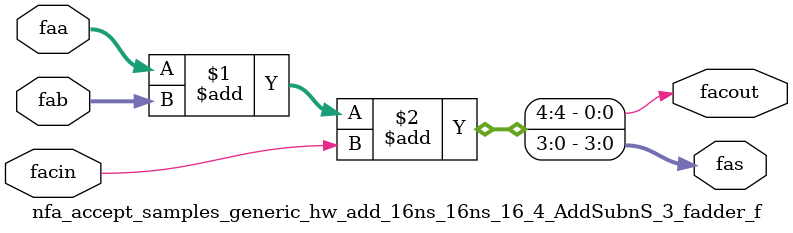
<source format=v>
module nfa_accept_samples_generic_hw_add_16ns_16ns_16_4_AddSubnS_3_fadder_f 
#(parameter
    N = 4
)(
    input  [N-1 : 0]  faa,
    input  [N-1 : 0]  fab,
    input  wire  facin,
    output [N-1 : 0]  fas,
    output wire  facout
);
assign {facout, fas} = faa + fab + facin;
endmodule
</source>
